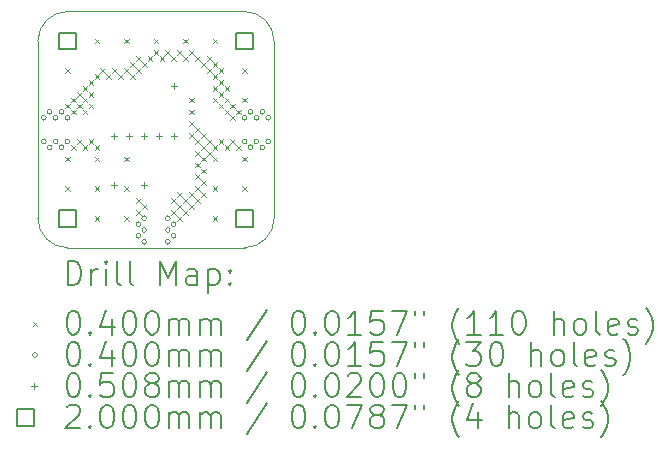
<source format=gbr>
%TF.GenerationSoftware,KiCad,Pcbnew,6.0.9+dfsg-1~bpo11+1*%
%TF.CreationDate,2022-11-06T17:08:36+01:00*%
%TF.ProjectId,mixer,6d697865-722e-46b6-9963-61645f706362,2*%
%TF.SameCoordinates,Original*%
%TF.FileFunction,Drillmap*%
%TF.FilePolarity,Positive*%
%FSLAX45Y45*%
G04 Gerber Fmt 4.5, Leading zero omitted, Abs format (unit mm)*
G04 Created by KiCad (PCBNEW 6.0.9+dfsg-1~bpo11+1) date 2022-11-06 17:08:36*
%MOMM*%
%LPD*%
G01*
G04 APERTURE LIST*
%ADD10C,0.100000*%
%ADD11C,0.200000*%
%ADD12C,0.040000*%
%ADD13C,0.050800*%
G04 APERTURE END LIST*
D10*
X13750000Y-8500000D02*
G75*
G03*
X14000000Y-8750000I250000J0D01*
G01*
X15500000Y-8750000D02*
X14000000Y-8750000D01*
X14000000Y-6750000D02*
X15500000Y-6750000D01*
X15750000Y-7000000D02*
X15750000Y-8500000D01*
X13750000Y-8500000D02*
X13750000Y-7000000D01*
X15500000Y-8750000D02*
G75*
G03*
X15750000Y-8500000I0J250000D01*
G01*
X15750000Y-7000000D02*
G75*
G03*
X15500000Y-6750000I-250000J0D01*
G01*
X14000000Y-6750000D02*
G75*
G03*
X13750000Y-7000000I0J-250000D01*
G01*
D11*
D12*
X13980000Y-7230000D02*
X14020000Y-7270000D01*
X14020000Y-7230000D02*
X13980000Y-7270000D01*
X13980000Y-7530000D02*
X14020000Y-7570000D01*
X14020000Y-7530000D02*
X13980000Y-7570000D01*
X13980000Y-7980000D02*
X14020000Y-8020000D01*
X14020000Y-7980000D02*
X13980000Y-8020000D01*
X13980000Y-8230000D02*
X14020000Y-8270000D01*
X14020000Y-8230000D02*
X13980000Y-8270000D01*
X14030000Y-7480000D02*
X14070000Y-7520000D01*
X14070000Y-7480000D02*
X14030000Y-7520000D01*
X14030000Y-7580000D02*
X14070000Y-7620000D01*
X14070000Y-7580000D02*
X14030000Y-7620000D01*
X14030000Y-7880000D02*
X14070000Y-7920000D01*
X14070000Y-7880000D02*
X14030000Y-7920000D01*
X14080000Y-7430000D02*
X14120000Y-7470000D01*
X14120000Y-7430000D02*
X14080000Y-7470000D01*
X14080000Y-7530000D02*
X14120000Y-7570000D01*
X14120000Y-7530000D02*
X14080000Y-7570000D01*
X14080000Y-7830000D02*
X14120000Y-7870000D01*
X14120000Y-7830000D02*
X14080000Y-7870000D01*
X14130000Y-7380000D02*
X14170000Y-7420000D01*
X14170000Y-7380000D02*
X14130000Y-7420000D01*
X14130000Y-7480000D02*
X14170000Y-7520000D01*
X14170000Y-7480000D02*
X14130000Y-7520000D01*
X14130000Y-7580000D02*
X14170000Y-7620000D01*
X14170000Y-7580000D02*
X14130000Y-7620000D01*
X14130000Y-7880000D02*
X14170000Y-7920000D01*
X14170000Y-7880000D02*
X14130000Y-7920000D01*
X14180000Y-7330000D02*
X14220000Y-7370000D01*
X14220000Y-7330000D02*
X14180000Y-7370000D01*
X14180000Y-7430000D02*
X14220000Y-7470000D01*
X14220000Y-7430000D02*
X14180000Y-7470000D01*
X14180000Y-7530000D02*
X14220000Y-7570000D01*
X14220000Y-7530000D02*
X14180000Y-7570000D01*
X14180000Y-7830000D02*
X14220000Y-7870000D01*
X14220000Y-7830000D02*
X14180000Y-7870000D01*
X14230000Y-6980000D02*
X14270000Y-7020000D01*
X14270000Y-6980000D02*
X14230000Y-7020000D01*
X14230000Y-7280000D02*
X14270000Y-7320000D01*
X14270000Y-7280000D02*
X14230000Y-7320000D01*
X14230000Y-7880000D02*
X14270000Y-7920000D01*
X14270000Y-7880000D02*
X14230000Y-7920000D01*
X14230000Y-7980000D02*
X14270000Y-8020000D01*
X14270000Y-7980000D02*
X14230000Y-8020000D01*
X14230000Y-8230000D02*
X14270000Y-8270000D01*
X14270000Y-8230000D02*
X14230000Y-8270000D01*
X14230000Y-8480000D02*
X14270000Y-8520000D01*
X14270000Y-8480000D02*
X14230000Y-8520000D01*
X14280000Y-7230000D02*
X14320000Y-7270000D01*
X14320000Y-7230000D02*
X14280000Y-7270000D01*
X14330000Y-7280000D02*
X14370000Y-7320000D01*
X14370000Y-7280000D02*
X14330000Y-7320000D01*
X14380000Y-7230000D02*
X14420000Y-7270000D01*
X14420000Y-7230000D02*
X14380000Y-7270000D01*
X14430000Y-7280000D02*
X14470000Y-7320000D01*
X14470000Y-7280000D02*
X14430000Y-7320000D01*
X14480000Y-6980000D02*
X14520000Y-7020000D01*
X14520000Y-6980000D02*
X14480000Y-7020000D01*
X14480000Y-7230000D02*
X14520000Y-7270000D01*
X14520000Y-7230000D02*
X14480000Y-7270000D01*
X14480000Y-7980000D02*
X14520000Y-8020000D01*
X14520000Y-7980000D02*
X14480000Y-8020000D01*
X14480000Y-8230000D02*
X14520000Y-8270000D01*
X14520000Y-8230000D02*
X14480000Y-8270000D01*
X14480000Y-8480000D02*
X14520000Y-8520000D01*
X14520000Y-8480000D02*
X14480000Y-8520000D01*
X14530000Y-7180000D02*
X14570000Y-7220000D01*
X14570000Y-7180000D02*
X14530000Y-7220000D01*
X14530000Y-7280000D02*
X14570000Y-7320000D01*
X14570000Y-7280000D02*
X14530000Y-7320000D01*
X14580000Y-7130000D02*
X14620000Y-7170000D01*
X14620000Y-7130000D02*
X14580000Y-7170000D01*
X14580000Y-7230000D02*
X14620000Y-7270000D01*
X14620000Y-7230000D02*
X14580000Y-7270000D01*
X14580000Y-8330000D02*
X14620000Y-8370000D01*
X14620000Y-8330000D02*
X14580000Y-8370000D01*
X14580000Y-8430000D02*
X14620000Y-8470000D01*
X14620000Y-8430000D02*
X14580000Y-8470000D01*
X14630000Y-7180000D02*
X14670000Y-7220000D01*
X14670000Y-7180000D02*
X14630000Y-7220000D01*
X14630000Y-8380000D02*
X14670000Y-8420000D01*
X14670000Y-8380000D02*
X14630000Y-8420000D01*
X14680000Y-7130000D02*
X14720000Y-7170000D01*
X14720000Y-7130000D02*
X14680000Y-7170000D01*
X14730000Y-6980000D02*
X14770000Y-7020000D01*
X14770000Y-6980000D02*
X14730000Y-7020000D01*
X14730000Y-7080000D02*
X14770000Y-7120000D01*
X14770000Y-7080000D02*
X14730000Y-7120000D01*
X14780000Y-7130000D02*
X14820000Y-7170000D01*
X14820000Y-7130000D02*
X14780000Y-7170000D01*
X14830000Y-7080000D02*
X14870000Y-7120000D01*
X14870000Y-7080000D02*
X14830000Y-7120000D01*
X14880000Y-7130000D02*
X14920000Y-7170000D01*
X14920000Y-7130000D02*
X14880000Y-7170000D01*
X14880000Y-8330000D02*
X14920000Y-8370000D01*
X14920000Y-8330000D02*
X14880000Y-8370000D01*
X14880000Y-8430000D02*
X14920000Y-8470000D01*
X14920000Y-8430000D02*
X14880000Y-8470000D01*
X14930000Y-7080000D02*
X14970000Y-7120000D01*
X14970000Y-7080000D02*
X14930000Y-7120000D01*
X14930000Y-8280000D02*
X14970000Y-8320000D01*
X14970000Y-8280000D02*
X14930000Y-8320000D01*
X14930000Y-8380000D02*
X14970000Y-8420000D01*
X14970000Y-8380000D02*
X14930000Y-8420000D01*
X14930000Y-8480000D02*
X14970000Y-8520000D01*
X14970000Y-8480000D02*
X14930000Y-8520000D01*
X14980000Y-6980000D02*
X15020000Y-7020000D01*
X15020000Y-6980000D02*
X14980000Y-7020000D01*
X14980000Y-7130000D02*
X15020000Y-7170000D01*
X15020000Y-7130000D02*
X14980000Y-7170000D01*
X14980000Y-8330000D02*
X15020000Y-8370000D01*
X15020000Y-8330000D02*
X14980000Y-8370000D01*
X14980000Y-8430000D02*
X15020000Y-8470000D01*
X15020000Y-8430000D02*
X14980000Y-8470000D01*
X15030000Y-7080000D02*
X15070000Y-7120000D01*
X15070000Y-7080000D02*
X15030000Y-7120000D01*
X15030000Y-7480000D02*
X15070000Y-7520000D01*
X15070000Y-7480000D02*
X15030000Y-7520000D01*
X15030000Y-7580000D02*
X15070000Y-7620000D01*
X15070000Y-7580000D02*
X15030000Y-7620000D01*
X15030000Y-7680000D02*
X15070000Y-7720000D01*
X15070000Y-7680000D02*
X15030000Y-7720000D01*
X15030000Y-7780000D02*
X15070000Y-7820000D01*
X15070000Y-7780000D02*
X15030000Y-7820000D01*
X15030000Y-8280000D02*
X15070000Y-8320000D01*
X15070000Y-8280000D02*
X15030000Y-8320000D01*
X15030000Y-8380000D02*
X15070000Y-8420000D01*
X15070000Y-8380000D02*
X15030000Y-8420000D01*
X15080000Y-7130000D02*
X15120000Y-7170000D01*
X15120000Y-7130000D02*
X15080000Y-7170000D01*
X15080000Y-7730000D02*
X15120000Y-7770000D01*
X15120000Y-7730000D02*
X15080000Y-7770000D01*
X15080000Y-7830000D02*
X15120000Y-7870000D01*
X15120000Y-7830000D02*
X15080000Y-7870000D01*
X15080000Y-7930000D02*
X15120000Y-7970000D01*
X15120000Y-7930000D02*
X15080000Y-7970000D01*
X15080000Y-8030000D02*
X15120000Y-8070000D01*
X15120000Y-8030000D02*
X15080000Y-8070000D01*
X15080000Y-8130000D02*
X15120000Y-8170000D01*
X15120000Y-8130000D02*
X15080000Y-8170000D01*
X15080000Y-8230000D02*
X15120000Y-8270000D01*
X15120000Y-8230000D02*
X15080000Y-8270000D01*
X15080000Y-8330000D02*
X15120000Y-8370000D01*
X15120000Y-8330000D02*
X15080000Y-8370000D01*
X15130000Y-7180000D02*
X15170000Y-7220000D01*
X15170000Y-7180000D02*
X15130000Y-7220000D01*
X15130000Y-7780000D02*
X15170000Y-7820000D01*
X15170000Y-7780000D02*
X15130000Y-7820000D01*
X15130000Y-7880000D02*
X15170000Y-7920000D01*
X15170000Y-7880000D02*
X15130000Y-7920000D01*
X15130000Y-7980000D02*
X15170000Y-8020000D01*
X15170000Y-7980000D02*
X15130000Y-8020000D01*
X15130000Y-8080000D02*
X15170000Y-8120000D01*
X15170000Y-8080000D02*
X15130000Y-8120000D01*
X15130000Y-8180000D02*
X15170000Y-8220000D01*
X15170000Y-8180000D02*
X15130000Y-8220000D01*
X15130000Y-8280000D02*
X15170000Y-8320000D01*
X15170000Y-8280000D02*
X15130000Y-8320000D01*
X15180000Y-7130000D02*
X15220000Y-7170000D01*
X15220000Y-7130000D02*
X15180000Y-7170000D01*
X15180000Y-7230000D02*
X15220000Y-7270000D01*
X15220000Y-7230000D02*
X15180000Y-7270000D01*
X15180000Y-7830000D02*
X15220000Y-7870000D01*
X15220000Y-7830000D02*
X15180000Y-7870000D01*
X15180000Y-7930000D02*
X15220000Y-7970000D01*
X15220000Y-7930000D02*
X15180000Y-7970000D01*
X15230000Y-6980000D02*
X15270000Y-7020000D01*
X15270000Y-6980000D02*
X15230000Y-7020000D01*
X15230000Y-7180000D02*
X15270000Y-7220000D01*
X15270000Y-7180000D02*
X15230000Y-7220000D01*
X15230000Y-7280000D02*
X15270000Y-7320000D01*
X15270000Y-7280000D02*
X15230000Y-7320000D01*
X15230000Y-7380000D02*
X15270000Y-7420000D01*
X15270000Y-7380000D02*
X15230000Y-7420000D01*
X15230000Y-7480000D02*
X15270000Y-7520000D01*
X15270000Y-7480000D02*
X15230000Y-7520000D01*
X15230000Y-7880000D02*
X15270000Y-7920000D01*
X15270000Y-7880000D02*
X15230000Y-7920000D01*
X15230000Y-7980000D02*
X15270000Y-8020000D01*
X15270000Y-7980000D02*
X15230000Y-8020000D01*
X15230000Y-8230000D02*
X15270000Y-8270000D01*
X15270000Y-8230000D02*
X15230000Y-8270000D01*
X15230000Y-8480000D02*
X15270000Y-8520000D01*
X15270000Y-8480000D02*
X15230000Y-8520000D01*
X15280000Y-7230000D02*
X15320000Y-7270000D01*
X15320000Y-7230000D02*
X15280000Y-7270000D01*
X15280000Y-7330000D02*
X15320000Y-7370000D01*
X15320000Y-7330000D02*
X15280000Y-7370000D01*
X15280000Y-7430000D02*
X15320000Y-7470000D01*
X15320000Y-7430000D02*
X15280000Y-7470000D01*
X15280000Y-7530000D02*
X15320000Y-7570000D01*
X15320000Y-7530000D02*
X15280000Y-7570000D01*
X15280000Y-7830000D02*
X15320000Y-7870000D01*
X15320000Y-7830000D02*
X15280000Y-7870000D01*
X15330000Y-7380000D02*
X15370000Y-7420000D01*
X15370000Y-7380000D02*
X15330000Y-7420000D01*
X15330000Y-7480000D02*
X15370000Y-7520000D01*
X15370000Y-7480000D02*
X15330000Y-7520000D01*
X15330000Y-7580000D02*
X15370000Y-7620000D01*
X15370000Y-7580000D02*
X15330000Y-7620000D01*
X15330000Y-7880000D02*
X15370000Y-7920000D01*
X15370000Y-7880000D02*
X15330000Y-7920000D01*
X15380000Y-7530000D02*
X15420000Y-7570000D01*
X15420000Y-7530000D02*
X15380000Y-7570000D01*
X15380000Y-7630000D02*
X15420000Y-7670000D01*
X15420000Y-7630000D02*
X15380000Y-7670000D01*
X15380000Y-7830000D02*
X15420000Y-7870000D01*
X15420000Y-7830000D02*
X15380000Y-7870000D01*
X15430000Y-7580000D02*
X15470000Y-7620000D01*
X15470000Y-7580000D02*
X15430000Y-7620000D01*
X15430000Y-7880000D02*
X15470000Y-7920000D01*
X15470000Y-7880000D02*
X15430000Y-7920000D01*
X15480000Y-7230000D02*
X15520000Y-7270000D01*
X15520000Y-7230000D02*
X15480000Y-7270000D01*
X15480000Y-7480000D02*
X15520000Y-7520000D01*
X15520000Y-7480000D02*
X15480000Y-7520000D01*
X15480000Y-7980000D02*
X15520000Y-8020000D01*
X15520000Y-7980000D02*
X15480000Y-8020000D01*
X15480000Y-8230000D02*
X15520000Y-8270000D01*
X15520000Y-8230000D02*
X15480000Y-8270000D01*
X13820000Y-7650000D02*
G75*
G03*
X13820000Y-7650000I-20000J0D01*
G01*
X13820000Y-7850000D02*
G75*
G03*
X13820000Y-7850000I-20000J0D01*
G01*
X13870000Y-7600000D02*
G75*
G03*
X13870000Y-7600000I-20000J0D01*
G01*
X13870000Y-7900000D02*
G75*
G03*
X13870000Y-7900000I-20000J0D01*
G01*
X13920000Y-7650000D02*
G75*
G03*
X13920000Y-7650000I-20000J0D01*
G01*
X13920000Y-7850000D02*
G75*
G03*
X13920000Y-7850000I-20000J0D01*
G01*
X13970000Y-7600000D02*
G75*
G03*
X13970000Y-7600000I-20000J0D01*
G01*
X13970000Y-7900000D02*
G75*
G03*
X13970000Y-7900000I-20000J0D01*
G01*
X14020000Y-7650000D02*
G75*
G03*
X14020000Y-7650000I-20000J0D01*
G01*
X14020000Y-7850000D02*
G75*
G03*
X14020000Y-7850000I-20000J0D01*
G01*
X14620000Y-8550000D02*
G75*
G03*
X14620000Y-8550000I-20000J0D01*
G01*
X14620000Y-8650000D02*
G75*
G03*
X14620000Y-8650000I-20000J0D01*
G01*
X14670000Y-8500000D02*
G75*
G03*
X14670000Y-8500000I-20000J0D01*
G01*
X14670000Y-8600000D02*
G75*
G03*
X14670000Y-8600000I-20000J0D01*
G01*
X14670000Y-8700000D02*
G75*
G03*
X14670000Y-8700000I-20000J0D01*
G01*
X14870000Y-8500000D02*
G75*
G03*
X14870000Y-8500000I-20000J0D01*
G01*
X14870000Y-8600000D02*
G75*
G03*
X14870000Y-8600000I-20000J0D01*
G01*
X14870000Y-8700000D02*
G75*
G03*
X14870000Y-8700000I-20000J0D01*
G01*
X14920000Y-8550000D02*
G75*
G03*
X14920000Y-8550000I-20000J0D01*
G01*
X14920000Y-8650000D02*
G75*
G03*
X14920000Y-8650000I-20000J0D01*
G01*
X15520000Y-7650000D02*
G75*
G03*
X15520000Y-7650000I-20000J0D01*
G01*
X15520000Y-7850000D02*
G75*
G03*
X15520000Y-7850000I-20000J0D01*
G01*
X15570000Y-7600000D02*
G75*
G03*
X15570000Y-7600000I-20000J0D01*
G01*
X15570000Y-7900000D02*
G75*
G03*
X15570000Y-7900000I-20000J0D01*
G01*
X15620000Y-7650000D02*
G75*
G03*
X15620000Y-7650000I-20000J0D01*
G01*
X15620000Y-7850000D02*
G75*
G03*
X15620000Y-7850000I-20000J0D01*
G01*
X15670000Y-7600000D02*
G75*
G03*
X15670000Y-7600000I-20000J0D01*
G01*
X15670000Y-7900000D02*
G75*
G03*
X15670000Y-7900000I-20000J0D01*
G01*
X15720000Y-7650000D02*
G75*
G03*
X15720000Y-7650000I-20000J0D01*
G01*
X15720000Y-7850000D02*
G75*
G03*
X15720000Y-7850000I-20000J0D01*
G01*
D13*
X14396000Y-7774600D02*
X14396000Y-7825400D01*
X14370600Y-7800000D02*
X14421400Y-7800000D01*
X14396000Y-8193700D02*
X14396000Y-8244500D01*
X14370600Y-8219100D02*
X14421400Y-8219100D01*
X14523000Y-7774600D02*
X14523000Y-7825400D01*
X14497600Y-7800000D02*
X14548400Y-7800000D01*
X14650000Y-7774600D02*
X14650000Y-7825400D01*
X14624600Y-7800000D02*
X14675400Y-7800000D01*
X14650000Y-8193700D02*
X14650000Y-8244500D01*
X14624600Y-8219100D02*
X14675400Y-8219100D01*
X14777000Y-7774600D02*
X14777000Y-7825400D01*
X14751600Y-7800000D02*
X14802400Y-7800000D01*
X14904000Y-7355500D02*
X14904000Y-7406300D01*
X14878600Y-7380900D02*
X14929400Y-7380900D01*
X14904000Y-7774600D02*
X14904000Y-7825400D01*
X14878600Y-7800000D02*
X14929400Y-7800000D01*
D11*
X14070711Y-7070711D02*
X14070711Y-6929289D01*
X13929289Y-6929289D01*
X13929289Y-7070711D01*
X14070711Y-7070711D01*
X14070711Y-8570711D02*
X14070711Y-8429289D01*
X13929289Y-8429289D01*
X13929289Y-8570711D01*
X14070711Y-8570711D01*
X15570711Y-7070711D02*
X15570711Y-6929289D01*
X15429289Y-6929289D01*
X15429289Y-7070711D01*
X15570711Y-7070711D01*
X15570711Y-8570711D02*
X15570711Y-8429289D01*
X15429289Y-8429289D01*
X15429289Y-8570711D01*
X15570711Y-8570711D01*
X14002619Y-9065476D02*
X14002619Y-8865476D01*
X14050238Y-8865476D01*
X14078809Y-8875000D01*
X14097857Y-8894048D01*
X14107381Y-8913095D01*
X14116905Y-8951190D01*
X14116905Y-8979762D01*
X14107381Y-9017857D01*
X14097857Y-9036905D01*
X14078809Y-9055952D01*
X14050238Y-9065476D01*
X14002619Y-9065476D01*
X14202619Y-9065476D02*
X14202619Y-8932143D01*
X14202619Y-8970238D02*
X14212143Y-8951190D01*
X14221667Y-8941667D01*
X14240714Y-8932143D01*
X14259762Y-8932143D01*
X14326428Y-9065476D02*
X14326428Y-8932143D01*
X14326428Y-8865476D02*
X14316905Y-8875000D01*
X14326428Y-8884524D01*
X14335952Y-8875000D01*
X14326428Y-8865476D01*
X14326428Y-8884524D01*
X14450238Y-9065476D02*
X14431190Y-9055952D01*
X14421667Y-9036905D01*
X14421667Y-8865476D01*
X14555000Y-9065476D02*
X14535952Y-9055952D01*
X14526428Y-9036905D01*
X14526428Y-8865476D01*
X14783571Y-9065476D02*
X14783571Y-8865476D01*
X14850238Y-9008333D01*
X14916905Y-8865476D01*
X14916905Y-9065476D01*
X15097857Y-9065476D02*
X15097857Y-8960714D01*
X15088333Y-8941667D01*
X15069286Y-8932143D01*
X15031190Y-8932143D01*
X15012143Y-8941667D01*
X15097857Y-9055952D02*
X15078809Y-9065476D01*
X15031190Y-9065476D01*
X15012143Y-9055952D01*
X15002619Y-9036905D01*
X15002619Y-9017857D01*
X15012143Y-8998810D01*
X15031190Y-8989286D01*
X15078809Y-8989286D01*
X15097857Y-8979762D01*
X15193095Y-8932143D02*
X15193095Y-9132143D01*
X15193095Y-8941667D02*
X15212143Y-8932143D01*
X15250238Y-8932143D01*
X15269286Y-8941667D01*
X15278809Y-8951190D01*
X15288333Y-8970238D01*
X15288333Y-9027381D01*
X15278809Y-9046429D01*
X15269286Y-9055952D01*
X15250238Y-9065476D01*
X15212143Y-9065476D01*
X15193095Y-9055952D01*
X15374048Y-9046429D02*
X15383571Y-9055952D01*
X15374048Y-9065476D01*
X15364524Y-9055952D01*
X15374048Y-9046429D01*
X15374048Y-9065476D01*
X15374048Y-8941667D02*
X15383571Y-8951190D01*
X15374048Y-8960714D01*
X15364524Y-8951190D01*
X15374048Y-8941667D01*
X15374048Y-8960714D01*
D12*
X13705000Y-9375000D02*
X13745000Y-9415000D01*
X13745000Y-9375000D02*
X13705000Y-9415000D01*
D11*
X14040714Y-9285476D02*
X14059762Y-9285476D01*
X14078809Y-9295000D01*
X14088333Y-9304524D01*
X14097857Y-9323571D01*
X14107381Y-9361667D01*
X14107381Y-9409286D01*
X14097857Y-9447381D01*
X14088333Y-9466429D01*
X14078809Y-9475952D01*
X14059762Y-9485476D01*
X14040714Y-9485476D01*
X14021667Y-9475952D01*
X14012143Y-9466429D01*
X14002619Y-9447381D01*
X13993095Y-9409286D01*
X13993095Y-9361667D01*
X14002619Y-9323571D01*
X14012143Y-9304524D01*
X14021667Y-9295000D01*
X14040714Y-9285476D01*
X14193095Y-9466429D02*
X14202619Y-9475952D01*
X14193095Y-9485476D01*
X14183571Y-9475952D01*
X14193095Y-9466429D01*
X14193095Y-9485476D01*
X14374048Y-9352143D02*
X14374048Y-9485476D01*
X14326428Y-9275952D02*
X14278809Y-9418810D01*
X14402619Y-9418810D01*
X14516905Y-9285476D02*
X14535952Y-9285476D01*
X14555000Y-9295000D01*
X14564524Y-9304524D01*
X14574048Y-9323571D01*
X14583571Y-9361667D01*
X14583571Y-9409286D01*
X14574048Y-9447381D01*
X14564524Y-9466429D01*
X14555000Y-9475952D01*
X14535952Y-9485476D01*
X14516905Y-9485476D01*
X14497857Y-9475952D01*
X14488333Y-9466429D01*
X14478809Y-9447381D01*
X14469286Y-9409286D01*
X14469286Y-9361667D01*
X14478809Y-9323571D01*
X14488333Y-9304524D01*
X14497857Y-9295000D01*
X14516905Y-9285476D01*
X14707381Y-9285476D02*
X14726428Y-9285476D01*
X14745476Y-9295000D01*
X14755000Y-9304524D01*
X14764524Y-9323571D01*
X14774048Y-9361667D01*
X14774048Y-9409286D01*
X14764524Y-9447381D01*
X14755000Y-9466429D01*
X14745476Y-9475952D01*
X14726428Y-9485476D01*
X14707381Y-9485476D01*
X14688333Y-9475952D01*
X14678809Y-9466429D01*
X14669286Y-9447381D01*
X14659762Y-9409286D01*
X14659762Y-9361667D01*
X14669286Y-9323571D01*
X14678809Y-9304524D01*
X14688333Y-9295000D01*
X14707381Y-9285476D01*
X14859762Y-9485476D02*
X14859762Y-9352143D01*
X14859762Y-9371190D02*
X14869286Y-9361667D01*
X14888333Y-9352143D01*
X14916905Y-9352143D01*
X14935952Y-9361667D01*
X14945476Y-9380714D01*
X14945476Y-9485476D01*
X14945476Y-9380714D02*
X14955000Y-9361667D01*
X14974048Y-9352143D01*
X15002619Y-9352143D01*
X15021667Y-9361667D01*
X15031190Y-9380714D01*
X15031190Y-9485476D01*
X15126428Y-9485476D02*
X15126428Y-9352143D01*
X15126428Y-9371190D02*
X15135952Y-9361667D01*
X15155000Y-9352143D01*
X15183571Y-9352143D01*
X15202619Y-9361667D01*
X15212143Y-9380714D01*
X15212143Y-9485476D01*
X15212143Y-9380714D02*
X15221667Y-9361667D01*
X15240714Y-9352143D01*
X15269286Y-9352143D01*
X15288333Y-9361667D01*
X15297857Y-9380714D01*
X15297857Y-9485476D01*
X15688333Y-9275952D02*
X15516905Y-9533095D01*
X15945476Y-9285476D02*
X15964524Y-9285476D01*
X15983571Y-9295000D01*
X15993095Y-9304524D01*
X16002619Y-9323571D01*
X16012143Y-9361667D01*
X16012143Y-9409286D01*
X16002619Y-9447381D01*
X15993095Y-9466429D01*
X15983571Y-9475952D01*
X15964524Y-9485476D01*
X15945476Y-9485476D01*
X15926428Y-9475952D01*
X15916905Y-9466429D01*
X15907381Y-9447381D01*
X15897857Y-9409286D01*
X15897857Y-9361667D01*
X15907381Y-9323571D01*
X15916905Y-9304524D01*
X15926428Y-9295000D01*
X15945476Y-9285476D01*
X16097857Y-9466429D02*
X16107381Y-9475952D01*
X16097857Y-9485476D01*
X16088333Y-9475952D01*
X16097857Y-9466429D01*
X16097857Y-9485476D01*
X16231190Y-9285476D02*
X16250238Y-9285476D01*
X16269286Y-9295000D01*
X16278809Y-9304524D01*
X16288333Y-9323571D01*
X16297857Y-9361667D01*
X16297857Y-9409286D01*
X16288333Y-9447381D01*
X16278809Y-9466429D01*
X16269286Y-9475952D01*
X16250238Y-9485476D01*
X16231190Y-9485476D01*
X16212143Y-9475952D01*
X16202619Y-9466429D01*
X16193095Y-9447381D01*
X16183571Y-9409286D01*
X16183571Y-9361667D01*
X16193095Y-9323571D01*
X16202619Y-9304524D01*
X16212143Y-9295000D01*
X16231190Y-9285476D01*
X16488333Y-9485476D02*
X16374048Y-9485476D01*
X16431190Y-9485476D02*
X16431190Y-9285476D01*
X16412143Y-9314048D01*
X16393095Y-9333095D01*
X16374048Y-9342619D01*
X16669286Y-9285476D02*
X16574048Y-9285476D01*
X16564524Y-9380714D01*
X16574048Y-9371190D01*
X16593095Y-9361667D01*
X16640714Y-9361667D01*
X16659762Y-9371190D01*
X16669286Y-9380714D01*
X16678809Y-9399762D01*
X16678809Y-9447381D01*
X16669286Y-9466429D01*
X16659762Y-9475952D01*
X16640714Y-9485476D01*
X16593095Y-9485476D01*
X16574048Y-9475952D01*
X16564524Y-9466429D01*
X16745476Y-9285476D02*
X16878810Y-9285476D01*
X16793095Y-9485476D01*
X16945476Y-9285476D02*
X16945476Y-9323571D01*
X17021667Y-9285476D02*
X17021667Y-9323571D01*
X17316905Y-9561667D02*
X17307381Y-9552143D01*
X17288333Y-9523571D01*
X17278810Y-9504524D01*
X17269286Y-9475952D01*
X17259762Y-9428333D01*
X17259762Y-9390238D01*
X17269286Y-9342619D01*
X17278810Y-9314048D01*
X17288333Y-9295000D01*
X17307381Y-9266429D01*
X17316905Y-9256905D01*
X17497857Y-9485476D02*
X17383571Y-9485476D01*
X17440714Y-9485476D02*
X17440714Y-9285476D01*
X17421667Y-9314048D01*
X17402619Y-9333095D01*
X17383571Y-9342619D01*
X17688333Y-9485476D02*
X17574048Y-9485476D01*
X17631190Y-9485476D02*
X17631190Y-9285476D01*
X17612143Y-9314048D01*
X17593095Y-9333095D01*
X17574048Y-9342619D01*
X17812143Y-9285476D02*
X17831190Y-9285476D01*
X17850238Y-9295000D01*
X17859762Y-9304524D01*
X17869286Y-9323571D01*
X17878810Y-9361667D01*
X17878810Y-9409286D01*
X17869286Y-9447381D01*
X17859762Y-9466429D01*
X17850238Y-9475952D01*
X17831190Y-9485476D01*
X17812143Y-9485476D01*
X17793095Y-9475952D01*
X17783571Y-9466429D01*
X17774048Y-9447381D01*
X17764524Y-9409286D01*
X17764524Y-9361667D01*
X17774048Y-9323571D01*
X17783571Y-9304524D01*
X17793095Y-9295000D01*
X17812143Y-9285476D01*
X18116905Y-9485476D02*
X18116905Y-9285476D01*
X18202619Y-9485476D02*
X18202619Y-9380714D01*
X18193095Y-9361667D01*
X18174048Y-9352143D01*
X18145476Y-9352143D01*
X18126429Y-9361667D01*
X18116905Y-9371190D01*
X18326429Y-9485476D02*
X18307381Y-9475952D01*
X18297857Y-9466429D01*
X18288333Y-9447381D01*
X18288333Y-9390238D01*
X18297857Y-9371190D01*
X18307381Y-9361667D01*
X18326429Y-9352143D01*
X18355000Y-9352143D01*
X18374048Y-9361667D01*
X18383571Y-9371190D01*
X18393095Y-9390238D01*
X18393095Y-9447381D01*
X18383571Y-9466429D01*
X18374048Y-9475952D01*
X18355000Y-9485476D01*
X18326429Y-9485476D01*
X18507381Y-9485476D02*
X18488333Y-9475952D01*
X18478810Y-9456905D01*
X18478810Y-9285476D01*
X18659762Y-9475952D02*
X18640714Y-9485476D01*
X18602619Y-9485476D01*
X18583571Y-9475952D01*
X18574048Y-9456905D01*
X18574048Y-9380714D01*
X18583571Y-9361667D01*
X18602619Y-9352143D01*
X18640714Y-9352143D01*
X18659762Y-9361667D01*
X18669286Y-9380714D01*
X18669286Y-9399762D01*
X18574048Y-9418810D01*
X18745476Y-9475952D02*
X18764524Y-9485476D01*
X18802619Y-9485476D01*
X18821667Y-9475952D01*
X18831190Y-9456905D01*
X18831190Y-9447381D01*
X18821667Y-9428333D01*
X18802619Y-9418810D01*
X18774048Y-9418810D01*
X18755000Y-9409286D01*
X18745476Y-9390238D01*
X18745476Y-9380714D01*
X18755000Y-9361667D01*
X18774048Y-9352143D01*
X18802619Y-9352143D01*
X18821667Y-9361667D01*
X18897857Y-9561667D02*
X18907381Y-9552143D01*
X18926429Y-9523571D01*
X18935952Y-9504524D01*
X18945476Y-9475952D01*
X18955000Y-9428333D01*
X18955000Y-9390238D01*
X18945476Y-9342619D01*
X18935952Y-9314048D01*
X18926429Y-9295000D01*
X18907381Y-9266429D01*
X18897857Y-9256905D01*
D12*
X13745000Y-9659000D02*
G75*
G03*
X13745000Y-9659000I-20000J0D01*
G01*
D11*
X14040714Y-9549476D02*
X14059762Y-9549476D01*
X14078809Y-9559000D01*
X14088333Y-9568524D01*
X14097857Y-9587571D01*
X14107381Y-9625667D01*
X14107381Y-9673286D01*
X14097857Y-9711381D01*
X14088333Y-9730429D01*
X14078809Y-9739952D01*
X14059762Y-9749476D01*
X14040714Y-9749476D01*
X14021667Y-9739952D01*
X14012143Y-9730429D01*
X14002619Y-9711381D01*
X13993095Y-9673286D01*
X13993095Y-9625667D01*
X14002619Y-9587571D01*
X14012143Y-9568524D01*
X14021667Y-9559000D01*
X14040714Y-9549476D01*
X14193095Y-9730429D02*
X14202619Y-9739952D01*
X14193095Y-9749476D01*
X14183571Y-9739952D01*
X14193095Y-9730429D01*
X14193095Y-9749476D01*
X14374048Y-9616143D02*
X14374048Y-9749476D01*
X14326428Y-9539952D02*
X14278809Y-9682810D01*
X14402619Y-9682810D01*
X14516905Y-9549476D02*
X14535952Y-9549476D01*
X14555000Y-9559000D01*
X14564524Y-9568524D01*
X14574048Y-9587571D01*
X14583571Y-9625667D01*
X14583571Y-9673286D01*
X14574048Y-9711381D01*
X14564524Y-9730429D01*
X14555000Y-9739952D01*
X14535952Y-9749476D01*
X14516905Y-9749476D01*
X14497857Y-9739952D01*
X14488333Y-9730429D01*
X14478809Y-9711381D01*
X14469286Y-9673286D01*
X14469286Y-9625667D01*
X14478809Y-9587571D01*
X14488333Y-9568524D01*
X14497857Y-9559000D01*
X14516905Y-9549476D01*
X14707381Y-9549476D02*
X14726428Y-9549476D01*
X14745476Y-9559000D01*
X14755000Y-9568524D01*
X14764524Y-9587571D01*
X14774048Y-9625667D01*
X14774048Y-9673286D01*
X14764524Y-9711381D01*
X14755000Y-9730429D01*
X14745476Y-9739952D01*
X14726428Y-9749476D01*
X14707381Y-9749476D01*
X14688333Y-9739952D01*
X14678809Y-9730429D01*
X14669286Y-9711381D01*
X14659762Y-9673286D01*
X14659762Y-9625667D01*
X14669286Y-9587571D01*
X14678809Y-9568524D01*
X14688333Y-9559000D01*
X14707381Y-9549476D01*
X14859762Y-9749476D02*
X14859762Y-9616143D01*
X14859762Y-9635190D02*
X14869286Y-9625667D01*
X14888333Y-9616143D01*
X14916905Y-9616143D01*
X14935952Y-9625667D01*
X14945476Y-9644714D01*
X14945476Y-9749476D01*
X14945476Y-9644714D02*
X14955000Y-9625667D01*
X14974048Y-9616143D01*
X15002619Y-9616143D01*
X15021667Y-9625667D01*
X15031190Y-9644714D01*
X15031190Y-9749476D01*
X15126428Y-9749476D02*
X15126428Y-9616143D01*
X15126428Y-9635190D02*
X15135952Y-9625667D01*
X15155000Y-9616143D01*
X15183571Y-9616143D01*
X15202619Y-9625667D01*
X15212143Y-9644714D01*
X15212143Y-9749476D01*
X15212143Y-9644714D02*
X15221667Y-9625667D01*
X15240714Y-9616143D01*
X15269286Y-9616143D01*
X15288333Y-9625667D01*
X15297857Y-9644714D01*
X15297857Y-9749476D01*
X15688333Y-9539952D02*
X15516905Y-9797095D01*
X15945476Y-9549476D02*
X15964524Y-9549476D01*
X15983571Y-9559000D01*
X15993095Y-9568524D01*
X16002619Y-9587571D01*
X16012143Y-9625667D01*
X16012143Y-9673286D01*
X16002619Y-9711381D01*
X15993095Y-9730429D01*
X15983571Y-9739952D01*
X15964524Y-9749476D01*
X15945476Y-9749476D01*
X15926428Y-9739952D01*
X15916905Y-9730429D01*
X15907381Y-9711381D01*
X15897857Y-9673286D01*
X15897857Y-9625667D01*
X15907381Y-9587571D01*
X15916905Y-9568524D01*
X15926428Y-9559000D01*
X15945476Y-9549476D01*
X16097857Y-9730429D02*
X16107381Y-9739952D01*
X16097857Y-9749476D01*
X16088333Y-9739952D01*
X16097857Y-9730429D01*
X16097857Y-9749476D01*
X16231190Y-9549476D02*
X16250238Y-9549476D01*
X16269286Y-9559000D01*
X16278809Y-9568524D01*
X16288333Y-9587571D01*
X16297857Y-9625667D01*
X16297857Y-9673286D01*
X16288333Y-9711381D01*
X16278809Y-9730429D01*
X16269286Y-9739952D01*
X16250238Y-9749476D01*
X16231190Y-9749476D01*
X16212143Y-9739952D01*
X16202619Y-9730429D01*
X16193095Y-9711381D01*
X16183571Y-9673286D01*
X16183571Y-9625667D01*
X16193095Y-9587571D01*
X16202619Y-9568524D01*
X16212143Y-9559000D01*
X16231190Y-9549476D01*
X16488333Y-9749476D02*
X16374048Y-9749476D01*
X16431190Y-9749476D02*
X16431190Y-9549476D01*
X16412143Y-9578048D01*
X16393095Y-9597095D01*
X16374048Y-9606619D01*
X16669286Y-9549476D02*
X16574048Y-9549476D01*
X16564524Y-9644714D01*
X16574048Y-9635190D01*
X16593095Y-9625667D01*
X16640714Y-9625667D01*
X16659762Y-9635190D01*
X16669286Y-9644714D01*
X16678809Y-9663762D01*
X16678809Y-9711381D01*
X16669286Y-9730429D01*
X16659762Y-9739952D01*
X16640714Y-9749476D01*
X16593095Y-9749476D01*
X16574048Y-9739952D01*
X16564524Y-9730429D01*
X16745476Y-9549476D02*
X16878810Y-9549476D01*
X16793095Y-9749476D01*
X16945476Y-9549476D02*
X16945476Y-9587571D01*
X17021667Y-9549476D02*
X17021667Y-9587571D01*
X17316905Y-9825667D02*
X17307381Y-9816143D01*
X17288333Y-9787571D01*
X17278810Y-9768524D01*
X17269286Y-9739952D01*
X17259762Y-9692333D01*
X17259762Y-9654238D01*
X17269286Y-9606619D01*
X17278810Y-9578048D01*
X17288333Y-9559000D01*
X17307381Y-9530429D01*
X17316905Y-9520905D01*
X17374048Y-9549476D02*
X17497857Y-9549476D01*
X17431190Y-9625667D01*
X17459762Y-9625667D01*
X17478810Y-9635190D01*
X17488333Y-9644714D01*
X17497857Y-9663762D01*
X17497857Y-9711381D01*
X17488333Y-9730429D01*
X17478810Y-9739952D01*
X17459762Y-9749476D01*
X17402619Y-9749476D01*
X17383571Y-9739952D01*
X17374048Y-9730429D01*
X17621667Y-9549476D02*
X17640714Y-9549476D01*
X17659762Y-9559000D01*
X17669286Y-9568524D01*
X17678810Y-9587571D01*
X17688333Y-9625667D01*
X17688333Y-9673286D01*
X17678810Y-9711381D01*
X17669286Y-9730429D01*
X17659762Y-9739952D01*
X17640714Y-9749476D01*
X17621667Y-9749476D01*
X17602619Y-9739952D01*
X17593095Y-9730429D01*
X17583571Y-9711381D01*
X17574048Y-9673286D01*
X17574048Y-9625667D01*
X17583571Y-9587571D01*
X17593095Y-9568524D01*
X17602619Y-9559000D01*
X17621667Y-9549476D01*
X17926429Y-9749476D02*
X17926429Y-9549476D01*
X18012143Y-9749476D02*
X18012143Y-9644714D01*
X18002619Y-9625667D01*
X17983571Y-9616143D01*
X17955000Y-9616143D01*
X17935952Y-9625667D01*
X17926429Y-9635190D01*
X18135952Y-9749476D02*
X18116905Y-9739952D01*
X18107381Y-9730429D01*
X18097857Y-9711381D01*
X18097857Y-9654238D01*
X18107381Y-9635190D01*
X18116905Y-9625667D01*
X18135952Y-9616143D01*
X18164524Y-9616143D01*
X18183571Y-9625667D01*
X18193095Y-9635190D01*
X18202619Y-9654238D01*
X18202619Y-9711381D01*
X18193095Y-9730429D01*
X18183571Y-9739952D01*
X18164524Y-9749476D01*
X18135952Y-9749476D01*
X18316905Y-9749476D02*
X18297857Y-9739952D01*
X18288333Y-9720905D01*
X18288333Y-9549476D01*
X18469286Y-9739952D02*
X18450238Y-9749476D01*
X18412143Y-9749476D01*
X18393095Y-9739952D01*
X18383571Y-9720905D01*
X18383571Y-9644714D01*
X18393095Y-9625667D01*
X18412143Y-9616143D01*
X18450238Y-9616143D01*
X18469286Y-9625667D01*
X18478810Y-9644714D01*
X18478810Y-9663762D01*
X18383571Y-9682810D01*
X18555000Y-9739952D02*
X18574048Y-9749476D01*
X18612143Y-9749476D01*
X18631190Y-9739952D01*
X18640714Y-9720905D01*
X18640714Y-9711381D01*
X18631190Y-9692333D01*
X18612143Y-9682810D01*
X18583571Y-9682810D01*
X18564524Y-9673286D01*
X18555000Y-9654238D01*
X18555000Y-9644714D01*
X18564524Y-9625667D01*
X18583571Y-9616143D01*
X18612143Y-9616143D01*
X18631190Y-9625667D01*
X18707381Y-9825667D02*
X18716905Y-9816143D01*
X18735952Y-9787571D01*
X18745476Y-9768524D01*
X18755000Y-9739952D01*
X18764524Y-9692333D01*
X18764524Y-9654238D01*
X18755000Y-9606619D01*
X18745476Y-9578048D01*
X18735952Y-9559000D01*
X18716905Y-9530429D01*
X18707381Y-9520905D01*
D13*
X13719600Y-9897600D02*
X13719600Y-9948400D01*
X13694200Y-9923000D02*
X13745000Y-9923000D01*
D11*
X14040714Y-9813476D02*
X14059762Y-9813476D01*
X14078809Y-9823000D01*
X14088333Y-9832524D01*
X14097857Y-9851571D01*
X14107381Y-9889667D01*
X14107381Y-9937286D01*
X14097857Y-9975381D01*
X14088333Y-9994429D01*
X14078809Y-10003952D01*
X14059762Y-10013476D01*
X14040714Y-10013476D01*
X14021667Y-10003952D01*
X14012143Y-9994429D01*
X14002619Y-9975381D01*
X13993095Y-9937286D01*
X13993095Y-9889667D01*
X14002619Y-9851571D01*
X14012143Y-9832524D01*
X14021667Y-9823000D01*
X14040714Y-9813476D01*
X14193095Y-9994429D02*
X14202619Y-10003952D01*
X14193095Y-10013476D01*
X14183571Y-10003952D01*
X14193095Y-9994429D01*
X14193095Y-10013476D01*
X14383571Y-9813476D02*
X14288333Y-9813476D01*
X14278809Y-9908714D01*
X14288333Y-9899190D01*
X14307381Y-9889667D01*
X14355000Y-9889667D01*
X14374048Y-9899190D01*
X14383571Y-9908714D01*
X14393095Y-9927762D01*
X14393095Y-9975381D01*
X14383571Y-9994429D01*
X14374048Y-10003952D01*
X14355000Y-10013476D01*
X14307381Y-10013476D01*
X14288333Y-10003952D01*
X14278809Y-9994429D01*
X14516905Y-9813476D02*
X14535952Y-9813476D01*
X14555000Y-9823000D01*
X14564524Y-9832524D01*
X14574048Y-9851571D01*
X14583571Y-9889667D01*
X14583571Y-9937286D01*
X14574048Y-9975381D01*
X14564524Y-9994429D01*
X14555000Y-10003952D01*
X14535952Y-10013476D01*
X14516905Y-10013476D01*
X14497857Y-10003952D01*
X14488333Y-9994429D01*
X14478809Y-9975381D01*
X14469286Y-9937286D01*
X14469286Y-9889667D01*
X14478809Y-9851571D01*
X14488333Y-9832524D01*
X14497857Y-9823000D01*
X14516905Y-9813476D01*
X14697857Y-9899190D02*
X14678809Y-9889667D01*
X14669286Y-9880143D01*
X14659762Y-9861095D01*
X14659762Y-9851571D01*
X14669286Y-9832524D01*
X14678809Y-9823000D01*
X14697857Y-9813476D01*
X14735952Y-9813476D01*
X14755000Y-9823000D01*
X14764524Y-9832524D01*
X14774048Y-9851571D01*
X14774048Y-9861095D01*
X14764524Y-9880143D01*
X14755000Y-9889667D01*
X14735952Y-9899190D01*
X14697857Y-9899190D01*
X14678809Y-9908714D01*
X14669286Y-9918238D01*
X14659762Y-9937286D01*
X14659762Y-9975381D01*
X14669286Y-9994429D01*
X14678809Y-10003952D01*
X14697857Y-10013476D01*
X14735952Y-10013476D01*
X14755000Y-10003952D01*
X14764524Y-9994429D01*
X14774048Y-9975381D01*
X14774048Y-9937286D01*
X14764524Y-9918238D01*
X14755000Y-9908714D01*
X14735952Y-9899190D01*
X14859762Y-10013476D02*
X14859762Y-9880143D01*
X14859762Y-9899190D02*
X14869286Y-9889667D01*
X14888333Y-9880143D01*
X14916905Y-9880143D01*
X14935952Y-9889667D01*
X14945476Y-9908714D01*
X14945476Y-10013476D01*
X14945476Y-9908714D02*
X14955000Y-9889667D01*
X14974048Y-9880143D01*
X15002619Y-9880143D01*
X15021667Y-9889667D01*
X15031190Y-9908714D01*
X15031190Y-10013476D01*
X15126428Y-10013476D02*
X15126428Y-9880143D01*
X15126428Y-9899190D02*
X15135952Y-9889667D01*
X15155000Y-9880143D01*
X15183571Y-9880143D01*
X15202619Y-9889667D01*
X15212143Y-9908714D01*
X15212143Y-10013476D01*
X15212143Y-9908714D02*
X15221667Y-9889667D01*
X15240714Y-9880143D01*
X15269286Y-9880143D01*
X15288333Y-9889667D01*
X15297857Y-9908714D01*
X15297857Y-10013476D01*
X15688333Y-9803952D02*
X15516905Y-10061095D01*
X15945476Y-9813476D02*
X15964524Y-9813476D01*
X15983571Y-9823000D01*
X15993095Y-9832524D01*
X16002619Y-9851571D01*
X16012143Y-9889667D01*
X16012143Y-9937286D01*
X16002619Y-9975381D01*
X15993095Y-9994429D01*
X15983571Y-10003952D01*
X15964524Y-10013476D01*
X15945476Y-10013476D01*
X15926428Y-10003952D01*
X15916905Y-9994429D01*
X15907381Y-9975381D01*
X15897857Y-9937286D01*
X15897857Y-9889667D01*
X15907381Y-9851571D01*
X15916905Y-9832524D01*
X15926428Y-9823000D01*
X15945476Y-9813476D01*
X16097857Y-9994429D02*
X16107381Y-10003952D01*
X16097857Y-10013476D01*
X16088333Y-10003952D01*
X16097857Y-9994429D01*
X16097857Y-10013476D01*
X16231190Y-9813476D02*
X16250238Y-9813476D01*
X16269286Y-9823000D01*
X16278809Y-9832524D01*
X16288333Y-9851571D01*
X16297857Y-9889667D01*
X16297857Y-9937286D01*
X16288333Y-9975381D01*
X16278809Y-9994429D01*
X16269286Y-10003952D01*
X16250238Y-10013476D01*
X16231190Y-10013476D01*
X16212143Y-10003952D01*
X16202619Y-9994429D01*
X16193095Y-9975381D01*
X16183571Y-9937286D01*
X16183571Y-9889667D01*
X16193095Y-9851571D01*
X16202619Y-9832524D01*
X16212143Y-9823000D01*
X16231190Y-9813476D01*
X16374048Y-9832524D02*
X16383571Y-9823000D01*
X16402619Y-9813476D01*
X16450238Y-9813476D01*
X16469286Y-9823000D01*
X16478809Y-9832524D01*
X16488333Y-9851571D01*
X16488333Y-9870619D01*
X16478809Y-9899190D01*
X16364524Y-10013476D01*
X16488333Y-10013476D01*
X16612143Y-9813476D02*
X16631190Y-9813476D01*
X16650238Y-9823000D01*
X16659762Y-9832524D01*
X16669286Y-9851571D01*
X16678809Y-9889667D01*
X16678809Y-9937286D01*
X16669286Y-9975381D01*
X16659762Y-9994429D01*
X16650238Y-10003952D01*
X16631190Y-10013476D01*
X16612143Y-10013476D01*
X16593095Y-10003952D01*
X16583571Y-9994429D01*
X16574048Y-9975381D01*
X16564524Y-9937286D01*
X16564524Y-9889667D01*
X16574048Y-9851571D01*
X16583571Y-9832524D01*
X16593095Y-9823000D01*
X16612143Y-9813476D01*
X16802619Y-9813476D02*
X16821667Y-9813476D01*
X16840714Y-9823000D01*
X16850238Y-9832524D01*
X16859762Y-9851571D01*
X16869286Y-9889667D01*
X16869286Y-9937286D01*
X16859762Y-9975381D01*
X16850238Y-9994429D01*
X16840714Y-10003952D01*
X16821667Y-10013476D01*
X16802619Y-10013476D01*
X16783571Y-10003952D01*
X16774048Y-9994429D01*
X16764524Y-9975381D01*
X16755000Y-9937286D01*
X16755000Y-9889667D01*
X16764524Y-9851571D01*
X16774048Y-9832524D01*
X16783571Y-9823000D01*
X16802619Y-9813476D01*
X16945476Y-9813476D02*
X16945476Y-9851571D01*
X17021667Y-9813476D02*
X17021667Y-9851571D01*
X17316905Y-10089667D02*
X17307381Y-10080143D01*
X17288333Y-10051571D01*
X17278810Y-10032524D01*
X17269286Y-10003952D01*
X17259762Y-9956333D01*
X17259762Y-9918238D01*
X17269286Y-9870619D01*
X17278810Y-9842048D01*
X17288333Y-9823000D01*
X17307381Y-9794429D01*
X17316905Y-9784905D01*
X17421667Y-9899190D02*
X17402619Y-9889667D01*
X17393095Y-9880143D01*
X17383571Y-9861095D01*
X17383571Y-9851571D01*
X17393095Y-9832524D01*
X17402619Y-9823000D01*
X17421667Y-9813476D01*
X17459762Y-9813476D01*
X17478810Y-9823000D01*
X17488333Y-9832524D01*
X17497857Y-9851571D01*
X17497857Y-9861095D01*
X17488333Y-9880143D01*
X17478810Y-9889667D01*
X17459762Y-9899190D01*
X17421667Y-9899190D01*
X17402619Y-9908714D01*
X17393095Y-9918238D01*
X17383571Y-9937286D01*
X17383571Y-9975381D01*
X17393095Y-9994429D01*
X17402619Y-10003952D01*
X17421667Y-10013476D01*
X17459762Y-10013476D01*
X17478810Y-10003952D01*
X17488333Y-9994429D01*
X17497857Y-9975381D01*
X17497857Y-9937286D01*
X17488333Y-9918238D01*
X17478810Y-9908714D01*
X17459762Y-9899190D01*
X17735952Y-10013476D02*
X17735952Y-9813476D01*
X17821667Y-10013476D02*
X17821667Y-9908714D01*
X17812143Y-9889667D01*
X17793095Y-9880143D01*
X17764524Y-9880143D01*
X17745476Y-9889667D01*
X17735952Y-9899190D01*
X17945476Y-10013476D02*
X17926429Y-10003952D01*
X17916905Y-9994429D01*
X17907381Y-9975381D01*
X17907381Y-9918238D01*
X17916905Y-9899190D01*
X17926429Y-9889667D01*
X17945476Y-9880143D01*
X17974048Y-9880143D01*
X17993095Y-9889667D01*
X18002619Y-9899190D01*
X18012143Y-9918238D01*
X18012143Y-9975381D01*
X18002619Y-9994429D01*
X17993095Y-10003952D01*
X17974048Y-10013476D01*
X17945476Y-10013476D01*
X18126429Y-10013476D02*
X18107381Y-10003952D01*
X18097857Y-9984905D01*
X18097857Y-9813476D01*
X18278810Y-10003952D02*
X18259762Y-10013476D01*
X18221667Y-10013476D01*
X18202619Y-10003952D01*
X18193095Y-9984905D01*
X18193095Y-9908714D01*
X18202619Y-9889667D01*
X18221667Y-9880143D01*
X18259762Y-9880143D01*
X18278810Y-9889667D01*
X18288333Y-9908714D01*
X18288333Y-9927762D01*
X18193095Y-9946810D01*
X18364524Y-10003952D02*
X18383571Y-10013476D01*
X18421667Y-10013476D01*
X18440714Y-10003952D01*
X18450238Y-9984905D01*
X18450238Y-9975381D01*
X18440714Y-9956333D01*
X18421667Y-9946810D01*
X18393095Y-9946810D01*
X18374048Y-9937286D01*
X18364524Y-9918238D01*
X18364524Y-9908714D01*
X18374048Y-9889667D01*
X18393095Y-9880143D01*
X18421667Y-9880143D01*
X18440714Y-9889667D01*
X18516905Y-10089667D02*
X18526429Y-10080143D01*
X18545476Y-10051571D01*
X18555000Y-10032524D01*
X18564524Y-10003952D01*
X18574048Y-9956333D01*
X18574048Y-9918238D01*
X18564524Y-9870619D01*
X18555000Y-9842048D01*
X18545476Y-9823000D01*
X18526429Y-9794429D01*
X18516905Y-9784905D01*
X13715711Y-10257711D02*
X13715711Y-10116289D01*
X13574289Y-10116289D01*
X13574289Y-10257711D01*
X13715711Y-10257711D01*
X13993095Y-10096524D02*
X14002619Y-10087000D01*
X14021667Y-10077476D01*
X14069286Y-10077476D01*
X14088333Y-10087000D01*
X14097857Y-10096524D01*
X14107381Y-10115571D01*
X14107381Y-10134619D01*
X14097857Y-10163190D01*
X13983571Y-10277476D01*
X14107381Y-10277476D01*
X14193095Y-10258429D02*
X14202619Y-10267952D01*
X14193095Y-10277476D01*
X14183571Y-10267952D01*
X14193095Y-10258429D01*
X14193095Y-10277476D01*
X14326428Y-10077476D02*
X14345476Y-10077476D01*
X14364524Y-10087000D01*
X14374048Y-10096524D01*
X14383571Y-10115571D01*
X14393095Y-10153667D01*
X14393095Y-10201286D01*
X14383571Y-10239381D01*
X14374048Y-10258429D01*
X14364524Y-10267952D01*
X14345476Y-10277476D01*
X14326428Y-10277476D01*
X14307381Y-10267952D01*
X14297857Y-10258429D01*
X14288333Y-10239381D01*
X14278809Y-10201286D01*
X14278809Y-10153667D01*
X14288333Y-10115571D01*
X14297857Y-10096524D01*
X14307381Y-10087000D01*
X14326428Y-10077476D01*
X14516905Y-10077476D02*
X14535952Y-10077476D01*
X14555000Y-10087000D01*
X14564524Y-10096524D01*
X14574048Y-10115571D01*
X14583571Y-10153667D01*
X14583571Y-10201286D01*
X14574048Y-10239381D01*
X14564524Y-10258429D01*
X14555000Y-10267952D01*
X14535952Y-10277476D01*
X14516905Y-10277476D01*
X14497857Y-10267952D01*
X14488333Y-10258429D01*
X14478809Y-10239381D01*
X14469286Y-10201286D01*
X14469286Y-10153667D01*
X14478809Y-10115571D01*
X14488333Y-10096524D01*
X14497857Y-10087000D01*
X14516905Y-10077476D01*
X14707381Y-10077476D02*
X14726428Y-10077476D01*
X14745476Y-10087000D01*
X14755000Y-10096524D01*
X14764524Y-10115571D01*
X14774048Y-10153667D01*
X14774048Y-10201286D01*
X14764524Y-10239381D01*
X14755000Y-10258429D01*
X14745476Y-10267952D01*
X14726428Y-10277476D01*
X14707381Y-10277476D01*
X14688333Y-10267952D01*
X14678809Y-10258429D01*
X14669286Y-10239381D01*
X14659762Y-10201286D01*
X14659762Y-10153667D01*
X14669286Y-10115571D01*
X14678809Y-10096524D01*
X14688333Y-10087000D01*
X14707381Y-10077476D01*
X14859762Y-10277476D02*
X14859762Y-10144143D01*
X14859762Y-10163190D02*
X14869286Y-10153667D01*
X14888333Y-10144143D01*
X14916905Y-10144143D01*
X14935952Y-10153667D01*
X14945476Y-10172714D01*
X14945476Y-10277476D01*
X14945476Y-10172714D02*
X14955000Y-10153667D01*
X14974048Y-10144143D01*
X15002619Y-10144143D01*
X15021667Y-10153667D01*
X15031190Y-10172714D01*
X15031190Y-10277476D01*
X15126428Y-10277476D02*
X15126428Y-10144143D01*
X15126428Y-10163190D02*
X15135952Y-10153667D01*
X15155000Y-10144143D01*
X15183571Y-10144143D01*
X15202619Y-10153667D01*
X15212143Y-10172714D01*
X15212143Y-10277476D01*
X15212143Y-10172714D02*
X15221667Y-10153667D01*
X15240714Y-10144143D01*
X15269286Y-10144143D01*
X15288333Y-10153667D01*
X15297857Y-10172714D01*
X15297857Y-10277476D01*
X15688333Y-10067952D02*
X15516905Y-10325095D01*
X15945476Y-10077476D02*
X15964524Y-10077476D01*
X15983571Y-10087000D01*
X15993095Y-10096524D01*
X16002619Y-10115571D01*
X16012143Y-10153667D01*
X16012143Y-10201286D01*
X16002619Y-10239381D01*
X15993095Y-10258429D01*
X15983571Y-10267952D01*
X15964524Y-10277476D01*
X15945476Y-10277476D01*
X15926428Y-10267952D01*
X15916905Y-10258429D01*
X15907381Y-10239381D01*
X15897857Y-10201286D01*
X15897857Y-10153667D01*
X15907381Y-10115571D01*
X15916905Y-10096524D01*
X15926428Y-10087000D01*
X15945476Y-10077476D01*
X16097857Y-10258429D02*
X16107381Y-10267952D01*
X16097857Y-10277476D01*
X16088333Y-10267952D01*
X16097857Y-10258429D01*
X16097857Y-10277476D01*
X16231190Y-10077476D02*
X16250238Y-10077476D01*
X16269286Y-10087000D01*
X16278809Y-10096524D01*
X16288333Y-10115571D01*
X16297857Y-10153667D01*
X16297857Y-10201286D01*
X16288333Y-10239381D01*
X16278809Y-10258429D01*
X16269286Y-10267952D01*
X16250238Y-10277476D01*
X16231190Y-10277476D01*
X16212143Y-10267952D01*
X16202619Y-10258429D01*
X16193095Y-10239381D01*
X16183571Y-10201286D01*
X16183571Y-10153667D01*
X16193095Y-10115571D01*
X16202619Y-10096524D01*
X16212143Y-10087000D01*
X16231190Y-10077476D01*
X16364524Y-10077476D02*
X16497857Y-10077476D01*
X16412143Y-10277476D01*
X16602619Y-10163190D02*
X16583571Y-10153667D01*
X16574048Y-10144143D01*
X16564524Y-10125095D01*
X16564524Y-10115571D01*
X16574048Y-10096524D01*
X16583571Y-10087000D01*
X16602619Y-10077476D01*
X16640714Y-10077476D01*
X16659762Y-10087000D01*
X16669286Y-10096524D01*
X16678809Y-10115571D01*
X16678809Y-10125095D01*
X16669286Y-10144143D01*
X16659762Y-10153667D01*
X16640714Y-10163190D01*
X16602619Y-10163190D01*
X16583571Y-10172714D01*
X16574048Y-10182238D01*
X16564524Y-10201286D01*
X16564524Y-10239381D01*
X16574048Y-10258429D01*
X16583571Y-10267952D01*
X16602619Y-10277476D01*
X16640714Y-10277476D01*
X16659762Y-10267952D01*
X16669286Y-10258429D01*
X16678809Y-10239381D01*
X16678809Y-10201286D01*
X16669286Y-10182238D01*
X16659762Y-10172714D01*
X16640714Y-10163190D01*
X16745476Y-10077476D02*
X16878810Y-10077476D01*
X16793095Y-10277476D01*
X16945476Y-10077476D02*
X16945476Y-10115571D01*
X17021667Y-10077476D02*
X17021667Y-10115571D01*
X17316905Y-10353667D02*
X17307381Y-10344143D01*
X17288333Y-10315571D01*
X17278810Y-10296524D01*
X17269286Y-10267952D01*
X17259762Y-10220333D01*
X17259762Y-10182238D01*
X17269286Y-10134619D01*
X17278810Y-10106048D01*
X17288333Y-10087000D01*
X17307381Y-10058429D01*
X17316905Y-10048905D01*
X17478810Y-10144143D02*
X17478810Y-10277476D01*
X17431190Y-10067952D02*
X17383571Y-10210810D01*
X17507381Y-10210810D01*
X17735952Y-10277476D02*
X17735952Y-10077476D01*
X17821667Y-10277476D02*
X17821667Y-10172714D01*
X17812143Y-10153667D01*
X17793095Y-10144143D01*
X17764524Y-10144143D01*
X17745476Y-10153667D01*
X17735952Y-10163190D01*
X17945476Y-10277476D02*
X17926429Y-10267952D01*
X17916905Y-10258429D01*
X17907381Y-10239381D01*
X17907381Y-10182238D01*
X17916905Y-10163190D01*
X17926429Y-10153667D01*
X17945476Y-10144143D01*
X17974048Y-10144143D01*
X17993095Y-10153667D01*
X18002619Y-10163190D01*
X18012143Y-10182238D01*
X18012143Y-10239381D01*
X18002619Y-10258429D01*
X17993095Y-10267952D01*
X17974048Y-10277476D01*
X17945476Y-10277476D01*
X18126429Y-10277476D02*
X18107381Y-10267952D01*
X18097857Y-10248905D01*
X18097857Y-10077476D01*
X18278810Y-10267952D02*
X18259762Y-10277476D01*
X18221667Y-10277476D01*
X18202619Y-10267952D01*
X18193095Y-10248905D01*
X18193095Y-10172714D01*
X18202619Y-10153667D01*
X18221667Y-10144143D01*
X18259762Y-10144143D01*
X18278810Y-10153667D01*
X18288333Y-10172714D01*
X18288333Y-10191762D01*
X18193095Y-10210810D01*
X18364524Y-10267952D02*
X18383571Y-10277476D01*
X18421667Y-10277476D01*
X18440714Y-10267952D01*
X18450238Y-10248905D01*
X18450238Y-10239381D01*
X18440714Y-10220333D01*
X18421667Y-10210810D01*
X18393095Y-10210810D01*
X18374048Y-10201286D01*
X18364524Y-10182238D01*
X18364524Y-10172714D01*
X18374048Y-10153667D01*
X18393095Y-10144143D01*
X18421667Y-10144143D01*
X18440714Y-10153667D01*
X18516905Y-10353667D02*
X18526429Y-10344143D01*
X18545476Y-10315571D01*
X18555000Y-10296524D01*
X18564524Y-10267952D01*
X18574048Y-10220333D01*
X18574048Y-10182238D01*
X18564524Y-10134619D01*
X18555000Y-10106048D01*
X18545476Y-10087000D01*
X18526429Y-10058429D01*
X18516905Y-10048905D01*
M02*

</source>
